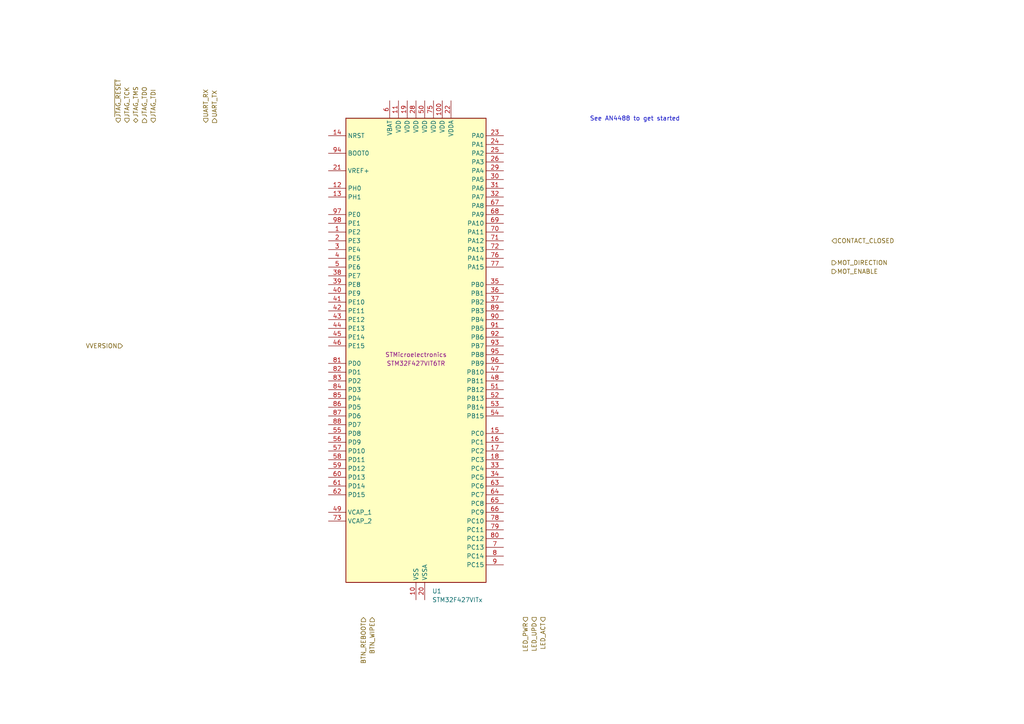
<source format=kicad_sch>
(kicad_sch (version 20250114) (generator "eeschema") (generator_version "9.0")
  (paper "A4")
  (title_block (title "iot-contact"))
  (lib_symbols
    (symbol "MCU_ST_STM32F4:STM32F427VITx"
      (property "Reference" "U" (at -20.32 69.85 0))
      (property "Value" "STM32F427VITx" (at 12.7 69.85 0))
      (symbol "STM32F427VITx_0_1"
        (rectangle (start -20.32 -66.04) (end 20.32 68.58) (stroke (width 0.254)) (fill (type background)))
      )
      (symbol "STM32F427VITx_1_1"
        (pin input line (at -25.4 63.5 0) (length 5.08) (name "NRST") (number "14"))
        (pin input line (at -25.4 58.42 0) (length 5.08) (name "BOOT0") (number "94"))
        (pin input line (at -25.4 53.34 0) (length 5.08) (name "VREF+") (number "21"))
        (pin bidirectional line (at -25.4 48.26 0) (length 5.08) (name "PH0") (number "12"))
        (pin bidirectional line (at -25.4 45.72 0) (length 5.08) (name "PH1") (number "13"))
        (pin bidirectional line (at -25.4 40.64 0) (length 5.08) (name "PE0") (number "97"))
        (pin bidirectional line (at -25.4 38.1 0) (length 5.08) (name "PE1") (number "98"))
        (pin bidirectional line (at -25.4 35.56 0) (length 5.08) (name "PE2") (number "1"))
        (pin bidirectional line (at -25.4 33.02 0) (length 5.08) (name "PE3") (number "2"))
        (pin bidirectional line (at -25.4 30.48 0) (length 5.08) (name "PE4") (number "3"))
        (pin bidirectional line (at -25.4 27.94 0) (length 5.08) (name "PE5") (number "4"))
        (pin bidirectional line (at -25.4 25.4 0) (length 5.08) (name "PE6") (number "5"))
        (pin bidirectional line (at -25.4 22.86 0) (length 5.08) (name "PE7") (number "38"))
        (pin bidirectional line (at -25.4 20.32 0) (length 5.08) (name "PE8") (number "39"))
        (pin bidirectional line (at -25.4 17.78 0) (length 5.08) (name "PE9") (number "40"))
        (pin bidirectional line (at -25.4 15.24 0) (length 5.08) (name "PE10") (number "41"))
        (pin bidirectional line (at -25.4 12.7 0) (length 5.08) (name "PE11") (number "42"))
        (pin bidirectional line (at -25.4 10.16 0) (length 5.08) (name "PE12") (number "43"))
        (pin bidirectional line (at -25.4 7.62 0) (length 5.08) (name "PE13") (number "44"))
        (pin bidirectional line (at -25.4 5.08 0) (length 5.08) (name "PE14") (number "45"))
        (pin bidirectional line (at -25.4 2.54 0) (length 5.08) (name "PE15") (number "46"))
        (pin bidirectional line (at -25.4 -2.54 0) (length 5.08) (name "PD0") (number "81"))
        (pin bidirectional line (at -25.4 -5.08 0) (length 5.08) (name "PD1") (number "82"))
        (pin bidirectional line (at -25.4 -7.62 0) (length 5.08) (name "PD2") (number "83"))
        (pin bidirectional line (at -25.4 -10.16 0) (length 5.08) (name "PD3") (number "84"))
        (pin bidirectional line (at -25.4 -12.7 0) (length 5.08) (name "PD4") (number "85"))
        (pin bidirectional line (at -25.4 -15.24 0) (length 5.08) (name "PD5") (number "86"))
        (pin bidirectional line (at -25.4 -17.78 0) (length 5.08) (name "PD6") (number "87"))
        (pin bidirectional line (at -25.4 -20.32 0) (length 5.08) (name "PD7") (number "88"))
        (pin bidirectional line (at -25.4 -22.86 0) (length 5.08) (name "PD8") (number "55"))
        (pin bidirectional line (at -25.4 -25.4 0) (length 5.08) (name "PD9") (number "56"))
        (pin bidirectional line (at -25.4 -27.94 0) (length 5.08) (name "PD10") (number "57"))
        (pin bidirectional line (at -25.4 -30.48 0) (length 5.08) (name "PD11") (number "58"))
        (pin bidirectional line (at -25.4 -33.02 0) (length 5.08) (name "PD12") (number "59"))
        (pin bidirectional line (at -25.4 -35.56 0) (length 5.08) (name "PD13") (number "60"))
        (pin bidirectional line (at -25.4 -38.1 0) (length 5.08) (name "PD14") (number "61"))
        (pin bidirectional line (at -25.4 -40.64 0) (length 5.08) (name "PD15") (number "62"))
        (pin power_out line (at -25.4 -45.72 0) (length 5.08) (name "VCAP_1") (number "49"))
        (pin power_out line (at -25.4 -48.26 0) (length 5.08) (name "VCAP_2") (number "73"))
        (pin power_in line (at -7.62 73.66 270) (length 5.08) (name "VBAT") (number "6"))
        (pin power_in line (at -5.08 73.66 270) (length 5.08) (name "VDD") (number "11"))
        (pin power_in line (at -2.54 73.66 270) (length 5.08) (name "VDD") (number "19"))
        (pin power_in line (at 0 73.66 270) (length 5.08) (name "VDD") (number "28"))
        (pin power_in line (at 0 -71.12 90) (length 5.08) (name "VSS") (number "10"))
        (pin passive line (at 0 -71.12 90) (length 5.08) (hide yes) (name "VSS") (number "27"))
        (pin passive line (at 0 -71.12 90) (length 5.08) (hide yes) (name "VSS") (number "74"))
        (pin passive line (at 0 -71.12 90) (length 5.08) (hide yes) (name "VSS") (number "99"))
        (pin power_in line (at 2.54 73.66 270) (length 5.08) (name "VDD") (number "50"))
        (pin power_in line (at 2.54 -71.12 90) (length 5.08) (name "VSSA") (number "20"))
        (pin power_in line (at 5.08 73.66 270) (length 5.08) (name "VDD") (number "75"))
        (pin power_in line (at 7.62 73.66 270) (length 5.08) (name "VDD") (number "100"))
        (pin power_in line (at 10.16 73.66 270) (length 5.08) (name "VDDA") (number "22"))
        (pin bidirectional line (at 25.4 63.5 180) (length 5.08) (name "PA0") (number "23"))
        (pin bidirectional line (at 25.4 60.96 180) (length 5.08) (name "PA1") (number "24"))
        (pin bidirectional line (at 25.4 58.42 180) (length 5.08) (name "PA2") (number "25"))
        (pin bidirectional line (at 25.4 55.88 180) (length 5.08) (name "PA3") (number "26"))
        (pin bidirectional line (at 25.4 53.34 180) (length 5.08) (name "PA4") (number "29"))
        (pin bidirectional line (at 25.4 50.8 180) (length 5.08) (name "PA5") (number "30"))
        (pin bidirectional line (at 25.4 48.26 180) (length 5.08) (name "PA6") (number "31"))
        (pin bidirectional line (at 25.4 45.72 180) (length 5.08) (name "PA7") (number "32"))
        (pin bidirectional line (at 25.4 43.18 180) (length 5.08) (name "PA8") (number "67"))
        (pin bidirectional line (at 25.4 40.64 180) (length 5.08) (name "PA9") (number "68"))
        (pin bidirectional line (at 25.4 38.1 180) (length 5.08) (name "PA10") (number "69"))
        (pin bidirectional line (at 25.4 35.56 180) (length 5.08) (name "PA11") (number "70"))
        (pin bidirectional line (at 25.4 33.02 180) (length 5.08) (name "PA12") (number "71"))
        (pin bidirectional line (at 25.4 30.48 180) (length 5.08) (name "PA13") (number "72"))
        (pin bidirectional line (at 25.4 27.94 180) (length 5.08) (name "PA14") (number "76"))
        (pin bidirectional line (at 25.4 25.4 180) (length 5.08) (name "PA15") (number "77"))
        (pin bidirectional line (at 25.4 20.32 180) (length 5.08) (name "PB0") (number "35"))
        (pin bidirectional line (at 25.4 17.78 180) (length 5.08) (name "PB1") (number "36"))
        (pin bidirectional line (at 25.4 15.24 180) (length 5.08) (name "PB2") (number "37"))
        (pin bidirectional line (at 25.4 12.7 180) (length 5.08) (name "PB3") (number "89"))
        (pin bidirectional line (at 25.4 10.16 180) (length 5.08) (name "PB4") (number "90"))
        (pin bidirectional line (at 25.4 7.62 180) (length 5.08) (name "PB5") (number "91"))
        (pin bidirectional line (at 25.4 5.08 180) (length 5.08) (name "PB6") (number "92"))
        (pin bidirectional line (at 25.4 2.54 180) (length 5.08) (name "PB7") (number "93"))
        (pin bidirectional line (at 25.4 0 180) (length 5.08) (name "PB8") (number "95"))
        (pin bidirectional line (at 25.4 -2.54 180) (length 5.08) (name "PB9") (number "96"))
        (pin bidirectional line (at 25.4 -5.08 180) (length 5.08) (name "PB10") (number "47"))
        (pin bidirectional line (at 25.4 -7.62 180) (length 5.08) (name "PB11") (number "48"))
        (pin bidirectional line (at 25.4 -10.16 180) (length 5.08) (name "PB12") (number "51"))
        (pin bidirectional line (at 25.4 -12.7 180) (length 5.08) (name "PB13") (number "52"))
        (pin bidirectional line (at 25.4 -15.24 180) (length 5.08) (name "PB14") (number "53"))
        (pin bidirectional line (at 25.4 -17.78 180) (length 5.08) (name "PB15") (number "54"))
        (pin bidirectional line (at 25.4 -22.86 180) (length 5.08) (name "PC0") (number "15"))
        (pin bidirectional line (at 25.4 -25.4 180) (length 5.08) (name "PC1") (number "16"))
        (pin bidirectional line (at 25.4 -27.94 180) (length 5.08) (name "PC2") (number "17"))
        (pin bidirectional line (at 25.4 -30.48 180) (length 5.08) (name "PC3") (number "18"))
        (pin bidirectional line (at 25.4 -33.02 180) (length 5.08) (name "PC4") (number "33"))
        (pin bidirectional line (at 25.4 -35.56 180) (length 5.08) (name "PC5") (number "34"))
        (pin bidirectional line (at 25.4 -38.1 180) (length 5.08) (name "PC6") (number "63"))
        (pin bidirectional line (at 25.4 -40.64 180) (length 5.08) (name "PC7") (number "64"))
        (pin bidirectional line (at 25.4 -43.18 180) (length 5.08) (name "PC8") (number "65"))
        (pin bidirectional line (at 25.4 -45.72 180) (length 5.08) (name "PC9") (number "66"))
        (pin bidirectional line (at 25.4 -48.26 180) (length 5.08) (name "PC10") (number "78"))
        (pin bidirectional line (at 25.4 -50.8 180) (length 5.08) (name "PC11") (number "79"))
        (pin bidirectional line (at 25.4 -53.34 180) (length 5.08) (name "PC12") (number "80"))
        (pin bidirectional line (at 25.4 -55.88 180) (length 5.08) (name "PC13") (number "7"))
        (pin bidirectional line (at 25.4 -58.42 180) (length 5.08) (name "PC14") (number "8"))
        (pin bidirectional line (at 25.4 -60.96 180) (length 5.08) (name "PC15") (number "9"))
      )
    )
  )
  (text "See AN4488 to get started" (at 184.15 34.544 0) (effects (font (size 1.27 1.27))))
  (hierarchical_label "BTN_REBOOT" (shape input) (at 105.41 179.07 270))
  (hierarchical_label "~{JTAG_RESET}" (shape input) (at 34.29 35.56 90))
  (hierarchical_label "MOT_ENABLE" (shape output) (at 241.3 78.74 0))
  (hierarchical_label "UART_TX" (shape output) (at 62.23 35.56 90))
  (hierarchical_label "LED_UPD" (shape output) (at 154.94 179.07 270))
  (hierarchical_label "JTAG_TMS" (shape bidirectional) (at 39.37 35.56 90))
  (hierarchical_label "BTN_WIPE" (shape input) (at 107.95 179.07 270))
  (hierarchical_label "JTAG_TDI" (shape input) (at 44.45 35.56 90))
  (hierarchical_label "LED_PWR" (shape output) (at 152.4 179.07 270))
  (hierarchical_label "LED_ACT" (shape output) (at 157.48 179.07 270))
  (hierarchical_label "MOT_DIRECTION" (shape output) (at 241.3 76.2 0))
  (hierarchical_label "JTAG_TCK" (shape input) (at 36.83 35.56 90))
  (hierarchical_label "VVERSION" (shape input) (at 35.56 100.33 180))
  (hierarchical_label "JTAG_TDO" (shape output) (at 41.91 35.56 90))
  (hierarchical_label "UART_RX" (shape input) (at 59.69 35.56 90))
  (hierarchical_label "CONTACT_CLOSED" (shape input) (at 241.3 69.85 0))
  (symbol (lib_id "MCU_ST_STM32F4:STM32F427VITx") (at 120.65 102.87 0) (unit 1)
    (property "Reference" "U1" (at 125.3333 171.45 0) (effects (justify left)))
    (property "Value" "STM32F427VITx" (at 125.3333 173.99 0) (effects (justify left)))
    (property "Footprint" "Package_QFP:LQFP-100_14x14mm_P0.5mm" (effects (hide yes)))
    (property "Datasheet" "https://www.st.com/resource/en/datasheet/stm32f427vi.pdf" (effects (hide yes)))
    (property "Description" "STMicroelectronics Arm Cortex-M4 MCU, 2048KB flash, 256KB RAM, 180 MHz, 1.8-3.6V, 82 GPIO, LQFP100" (effects (hide yes)))
    (property "MPN" "STM32F427VIT6TR" (at 120.65 105.41 0))
    (property "Manufacturer" "STMicroelectronics" (at 120.65 102.87 0))
  )
)
</source>
